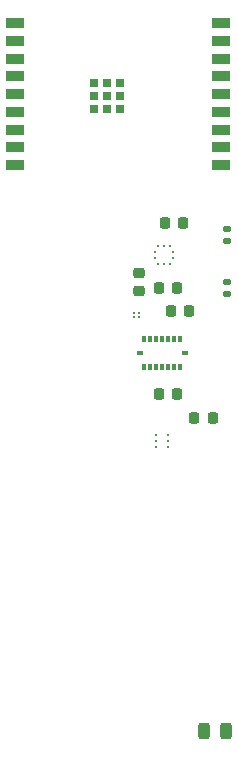
<source format=gbr>
%TF.GenerationSoftware,KiCad,Pcbnew,9.0.4*%
%TF.CreationDate,2025-10-31T11:16:09-04:00*%
%TF.ProjectId,Ethan PCB,45746861-6e20-4504-9342-2e6b69636164,rev?*%
%TF.SameCoordinates,Original*%
%TF.FileFunction,Paste,Bot*%
%TF.FilePolarity,Positive*%
%FSLAX46Y46*%
G04 Gerber Fmt 4.6, Leading zero omitted, Abs format (unit mm)*
G04 Created by KiCad (PCBNEW 9.0.4) date 2025-10-31 11:16:09*
%MOMM*%
%LPD*%
G01*
G04 APERTURE LIST*
G04 Aperture macros list*
%AMRoundRect*
0 Rectangle with rounded corners*
0 $1 Rounding radius*
0 $2 $3 $4 $5 $6 $7 $8 $9 X,Y pos of 4 corners*
0 Add a 4 corners polygon primitive as box body*
4,1,4,$2,$3,$4,$5,$6,$7,$8,$9,$2,$3,0*
0 Add four circle primitives for the rounded corners*
1,1,$1+$1,$2,$3*
1,1,$1+$1,$4,$5*
1,1,$1+$1,$6,$7*
1,1,$1+$1,$8,$9*
0 Add four rect primitives between the rounded corners*
20,1,$1+$1,$2,$3,$4,$5,0*
20,1,$1+$1,$4,$5,$6,$7,0*
20,1,$1+$1,$6,$7,$8,$9,0*
20,1,$1+$1,$8,$9,$2,$3,0*%
G04 Aperture macros list end*
%ADD10R,0.700000X0.700000*%
%ADD11R,1.500000X0.900000*%
%ADD12R,0.350000X0.590000*%
%ADD13R,0.590000X0.350000*%
%ADD14RoundRect,0.225000X0.250000X-0.225000X0.250000X0.225000X-0.250000X0.225000X-0.250000X-0.225000X0*%
%ADD15RoundRect,0.225000X0.225000X0.250000X-0.225000X0.250000X-0.225000X-0.250000X0.225000X-0.250000X0*%
%ADD16RoundRect,0.135000X0.185000X-0.135000X0.185000X0.135000X-0.185000X0.135000X-0.185000X-0.135000X0*%
%ADD17R,0.279400X0.254000*%
%ADD18R,0.254000X0.254000*%
%ADD19RoundRect,0.225000X-0.225000X-0.250000X0.225000X-0.250000X0.225000X0.250000X-0.225000X0.250000X0*%
%ADD20C,0.260000*%
%ADD21RoundRect,0.135000X-0.185000X0.135000X-0.185000X-0.135000X0.185000X-0.135000X0.185000X0.135000X0*%
%ADD22RoundRect,0.243750X0.243750X0.456250X-0.243750X0.456250X-0.243750X-0.456250X0.243750X-0.456250X0*%
%ADD23C,0.203200*%
G04 APERTURE END LIST*
D10*
%TO.C,U4*%
X92890000Y-43900000D03*
X92890000Y-42800000D03*
X92890000Y-41700000D03*
X91790000Y-43900000D03*
X91790000Y-42800000D03*
X91790000Y-41700000D03*
X90690000Y-43900000D03*
X90690000Y-42800000D03*
X90690000Y-41700000D03*
D11*
X101500000Y-36600000D03*
X101500000Y-38100000D03*
X101500000Y-39600000D03*
X101500000Y-41100000D03*
X101500000Y-42600000D03*
X101500000Y-44100000D03*
X101500000Y-45600000D03*
X101500000Y-47100000D03*
X101500000Y-48600000D03*
X84000000Y-48600000D03*
X84000000Y-47100000D03*
X84000000Y-45600000D03*
X84000000Y-44100000D03*
X84000000Y-42600000D03*
X84000000Y-41100000D03*
X84000000Y-39600000D03*
X84000000Y-38100000D03*
X84000000Y-36600000D03*
%TD*%
D12*
%TO.C,U5*%
X98000000Y-63335000D03*
X97500000Y-63335000D03*
X97000000Y-63335000D03*
X96500000Y-63335000D03*
X96000000Y-63335000D03*
X95500000Y-63335000D03*
X95000000Y-63335000D03*
D13*
X94585000Y-64500000D03*
D12*
X95000000Y-65665000D03*
X95500000Y-65665000D03*
X96000000Y-65665000D03*
X96500000Y-65665000D03*
X97000000Y-65665000D03*
X97500000Y-65665000D03*
X98000000Y-65665000D03*
D13*
X98415000Y-64500000D03*
%TD*%
D14*
%TO.C,C6*%
X94500000Y-59275000D03*
X94500000Y-57725000D03*
%TD*%
D15*
%TO.C,C7*%
X100775000Y-70000000D03*
X99225000Y-70000000D03*
%TD*%
D16*
%TO.C,R1*%
X102000000Y-55010000D03*
X102000000Y-53990000D03*
%TD*%
D17*
%TO.C,U2*%
X97445301Y-55976999D03*
X97445301Y-56476999D03*
D18*
X97184999Y-57000000D03*
X96685000Y-57000000D03*
X96185001Y-57000000D03*
D17*
X95924699Y-56476999D03*
X95924699Y-55976999D03*
D18*
X96185001Y-55453998D03*
X96685000Y-55453998D03*
X97184999Y-55453998D03*
%TD*%
D19*
%TO.C,C4*%
X96225000Y-59000000D03*
X97775000Y-59000000D03*
%TD*%
D15*
%TO.C,C3*%
X97775000Y-68000000D03*
X96225000Y-68000000D03*
%TD*%
D20*
%TO.C,U1*%
X96975000Y-71490000D03*
X95975000Y-71490000D03*
X96975000Y-71990000D03*
X95975000Y-71990000D03*
X96975000Y-72490000D03*
X95975000Y-72490000D03*
%TD*%
D19*
%TO.C,C5*%
X97225000Y-61000000D03*
X98775000Y-61000000D03*
%TD*%
D21*
%TO.C,R2*%
X102000000Y-58490000D03*
X102000000Y-59510000D03*
%TD*%
D22*
%TO.C,D2*%
X101937500Y-96500000D03*
X100062500Y-96500000D03*
%TD*%
D23*
%TO.C,U3*%
X94500000Y-61100000D03*
X94100000Y-61100000D03*
X94500000Y-61500000D03*
X94100000Y-61500000D03*
%TD*%
D19*
%TO.C,C2*%
X96725000Y-53500000D03*
X98275000Y-53500000D03*
%TD*%
M02*

</source>
